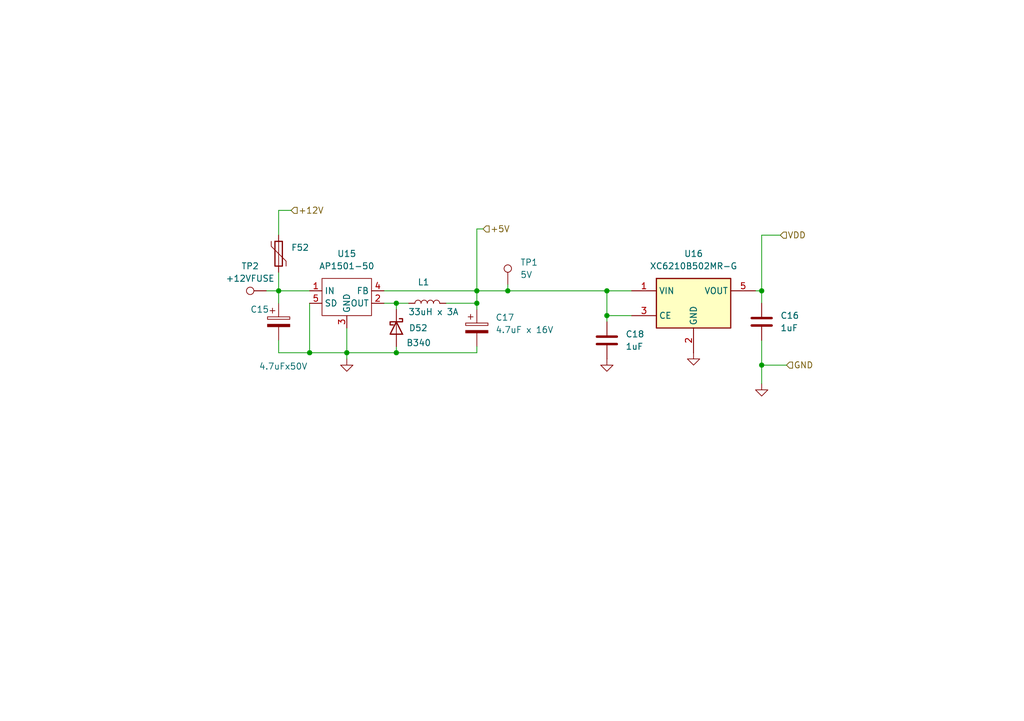
<source format=kicad_sch>
(kicad_sch (version 20250114) (generator "eeschema") (generator_version "9.0")
  (paper "A5")
  (lib_symbols
    (symbol "Connector:TestPoint" (pin_numbers (hide yes)) (pin_names (offset 0.762) (hide yes))
      (property "Reference" "TP" (at 0 6.858 0))
      (property "Value" "TestPoint" (at 0 5.08 0))
      (symbol "TestPoint_0_1"
        (circle (center 0 3.302) (radius 0.762))
      )
      (symbol "TestPoint_1_1"
        (pin passive line (at 0 0 90) (length 2.54) (name "1") (number "1"))
      )
    )
    (symbol "Device:C" (pin_numbers (hide yes)) (pin_names (offset 0.254))
      (property "Reference" "C" (at 0.635 2.54 0))
      (property "Value" "C" (at 0.635 -2.54 0))
      (symbol "C_0_1"
        (polyline (pts (xy -2.032 0.762) (xy 2.032 0.762)) (stroke (width 0.508)))
        (polyline (pts (xy -2.032 -0.762) (xy 2.032 -0.762)) (stroke (width 0.508)))
      )
      (symbol "C_1_1"
        (pin passive line (at 0 3.81 270) (length 2.794) (name "~") (number "1"))
        (pin passive line (at 0 -3.81 90) (length 2.794) (name "~") (number "2"))
      )
    )
    (symbol "Device:C_Polarized" (pin_numbers (hide yes)) (pin_names (offset 0.254))
      (property "Reference" "C" (at 0.635 2.54 0))
      (property "Value" "C_Polarized" (at 0.635 -2.54 0))
      (symbol "C_Polarized_0_1"
        (rectangle (start -2.286 0.508) (end 2.286 1.016))
        (polyline (pts (xy -1.778 2.286) (xy -0.762 2.286)))
        (polyline (pts (xy -1.27 2.794) (xy -1.27 1.778)))
        (rectangle (start 2.286 -0.508) (end -2.286 -1.016) (fill (type outline)))
      )
      (symbol "C_Polarized_1_1"
        (pin passive line (at 0 3.81 270) (length 2.794) (name "~") (number "1"))
        (pin passive line (at 0 -3.81 90) (length 2.794) (name "~") (number "2"))
      )
    )
    (symbol "Device:L" (pin_numbers (hide yes)) (pin_names (offset 1.016) (hide yes))
      (property "Reference" "L" (at -1.27 0 90))
      (property "Value" "L" (at 1.905 0 90))
      (symbol "L_0_1"
        (arc (start 0 2.54) (mid 0.6323 1.905) (end 0 1.27))
        (arc (start 0 1.27) (mid 0.6323 0.635) (end 0 0))
        (arc (start 0 0) (mid 0.6323 -0.635) (end 0 -1.27))
        (arc (start 0 -1.27) (mid 0.6323 -1.905) (end 0 -2.54))
      )
      (symbol "L_1_1"
        (pin passive line (at 0 3.81 270) (length 1.27) (name "1") (number "1"))
        (pin passive line (at 0 -3.81 90) (length 1.27) (name "2") (number "2"))
      )
    )
    (symbol "Device:Polyfuse" (pin_numbers (hide yes)) (pin_names (offset 0))
      (property "Reference" "F" (at -2.54 0 90))
      (property "Value" "Polyfuse" (at 2.54 0 90))
      (symbol "Polyfuse_0_1"
        (polyline (pts (xy -1.524 2.54) (xy -1.524 1.524) (xy 1.524 -1.524) (xy 1.524 -2.54)))
        (rectangle (start -0.762 2.54) (end 0.762 -2.54) (stroke (width 0.254)))
        (polyline (pts (xy 0 2.54) (xy 0 -2.54)))
      )
      (symbol "Polyfuse_1_1"
        (pin passive line (at 0 3.81 270) (length 1.27) (name "~") (number "1"))
        (pin passive line (at 0 -3.81 90) (length 1.27) (name "~") (number "2"))
      )
    )
    (symbol "Diode:B340" (pin_numbers (hide yes)) (pin_names (offset 1.016) (hide yes))
      (property "Reference" "D" (at 0 2.54 0))
      (property "Value" "B340" (at 0 -2.54 0))
      (symbol "B340_0_1"
        (polyline (pts (xy -1.905 0.635) (xy -1.905 1.27) (xy -1.27 1.27) (xy -1.27 -1.27) (xy -0.635 -1.27) (xy -0.635 -0.635)) (stroke (width 0.254)))
        (polyline (pts (xy 1.27 1.27) (xy 1.27 -1.27) (xy -1.27 0) (xy 1.27 1.27)) (stroke (width 0.254)))
        (polyline (pts (xy 1.27 0) (xy -1.27 0)))
      )
      (symbol "B340_1_1"
        (pin passive line (at -3.81 0 0) (length 2.54) (name "K") (number "1"))
        (pin passive line (at 3.81 0 180) (length 2.54) (name "A") (number "2"))
      )
    )
    (symbol "Regulator_Linear:XC6210B332MR"
      (property "Reference" "U" (at 0 8.89 0))
      (property "Value" "XC6210B332MR" (at 0 6.35 0))
      (symbol "XC6210B332MR_0_1"
        (rectangle (start -7.62 5.08) (end 7.62 -5.08) (stroke (width 0.254)) (fill (type background)))
      )
      (symbol "XC6210B332MR_1_1"
        (pin power_in line (at -12.7 2.54 0) (length 5.08) (name "VIN") (number "1"))
        (pin input line (at -12.7 -2.54 0) (length 5.08) (name "CE") (number "3"))
        (pin power_in line (at 0 -10.16 90) (length 5.08) (name "GND") (number "2"))
        (pin no_connect line (at 7.62 -2.54 180) (length 5.08) (hide yes) (name "NC") (number "4"))
        (pin power_out line (at 12.7 2.54 180) (length 5.08) (name "VOUT") (number "5"))
      )
    )
    (symbol "boat:AP1501"
      (property "Reference" "U" (at -4.064 3.81 0))
      (symbol "AP1501_0_1"
        (rectangle (start -5.08 2.54) (end 5.08 -5.08))
      )
      (symbol "AP1501_1_1"
        (pin input line (at -7.62 0 0) (length 2.54) (name "IN") (number "1"))
        (pin input line (at -7.62 -2.54 0) (length 2.54) (name "SD") (number "5"))
        (pin input line (at 0 -7.62 90) (length 2.54) (name "GND") (number "3"))
        (pin input line (at 7.62 0 180) (length 2.54) (name "FB") (number "4"))
        (pin output line (at 7.62 -2.54 180) (length 2.54) (name "OUT") (number "2"))
      )
    )
    (symbol "power:GND" (power) (pin_numbers (hide yes)) (pin_names (offset 0) (hide yes))
      (property "Value" "GND" (at 0 -3.81 0))
      (symbol "GND_0_1"
        (polyline (pts (xy 0 0) (xy 0 -1.27) (xy 1.27 -1.27) (xy 0 -2.54) (xy -1.27 -1.27) (xy 0 -1.27)))
      )
      (symbol "GND_1_1"
        (pin power_in line (at 0 0 270) (length 0) (name "~") (number "1"))
      )
    )
  )
  (junction (at 156.21 74.93))
  (junction (at 156.21 59.69))
  (junction (at 81.28 72.39))
  (junction (at 81.28 62.23))
  (junction (at 104.14 59.69))
  (junction (at 124.46 64.77))
  (junction (at 97.79 62.23))
  (junction (at 97.79 59.69))
  (junction (at 124.46 59.69))
  (junction (at 71.12 72.39))
  (junction (at 57.15 59.69))
  (junction (at 63.5 72.39))
  (wire (pts (xy 124.46 59.69) (xy 129.54 59.69)))
  (wire (pts (xy 97.79 62.23) (xy 97.79 63.5)))
  (wire (pts (xy 78.74 62.23) (xy 81.28 62.23)))
  (wire (pts (xy 57.15 59.69) (xy 63.5 59.69)))
  (wire (pts (xy 91.44 62.23) (xy 97.79 62.23)))
  (wire (pts (xy 54.61 59.69) (xy 57.15 59.69)))
  (wire (pts (xy 57.15 55.88) (xy 57.15 59.69)))
  (wire (pts (xy 156.21 78.74) (xy 156.21 74.93)))
  (wire (pts (xy 63.5 72.39) (xy 71.12 72.39)))
  (wire (pts (xy 156.21 48.26) (xy 156.21 59.69)))
  (wire (pts (xy 129.54 64.77) (xy 124.46 64.77)))
  (wire (pts (xy 97.79 46.99) (xy 97.79 59.69)))
  (wire (pts (xy 156.21 59.69) (xy 156.21 62.23)))
  (wire (pts (xy 57.15 59.69) (xy 57.15 62.23)))
  (wire (pts (xy 156.21 48.26) (xy 160.02 48.26)))
  (wire (pts (xy 156.21 59.69) (xy 154.94 59.69)))
  (wire (pts (xy 71.12 72.39) (xy 71.12 67.31)))
  (wire (pts (xy 57.15 72.39) (xy 63.5 72.39)))
  (wire (pts (xy 156.21 74.93) (xy 161.29 74.93)))
  (wire (pts (xy 156.21 74.93) (xy 156.21 69.85)))
  (wire (pts (xy 81.28 62.23) (xy 81.28 63.5)))
  (wire (pts (xy 97.79 71.12) (xy 97.79 72.39)))
  (wire (pts (xy 97.79 59.69) (xy 104.14 59.69)))
  (wire (pts (xy 124.46 64.77) (xy 124.46 66.04)))
  (wire (pts (xy 97.79 59.69) (xy 97.79 62.23)))
  (wire (pts (xy 57.15 43.18) (xy 59.69 43.18)))
  (wire (pts (xy 57.15 69.85) (xy 57.15 72.39)))
  (wire (pts (xy 57.15 43.18) (xy 57.15 48.26)))
  (wire (pts (xy 97.79 46.99) (xy 99.06 46.99)))
  (wire (pts (xy 81.28 62.23) (xy 83.82 62.23)))
  (wire (pts (xy 97.79 72.39) (xy 81.28 72.39)))
  (wire (pts (xy 71.12 72.39) (xy 71.12 73.66)))
  (wire (pts (xy 71.12 72.39) (xy 81.28 72.39)))
  (wire (pts (xy 81.28 71.12) (xy 81.28 72.39)))
  (wire (pts (xy 104.14 59.69) (xy 104.14 58.42)))
  (wire (pts (xy 78.74 59.69) (xy 97.79 59.69)))
  (wire (pts (xy 63.5 62.23) (xy 63.5 72.39)))
  (wire (pts (xy 124.46 59.69) (xy 104.14 59.69)))
  (wire (pts (xy 124.46 59.69) (xy 124.46 64.77)))
  (hierarchical_label "VDD" (shape input) (at 160.02 48.26 0))
  (hierarchical_label "+12V" (shape input) (at 59.69 43.18 0))
  (hierarchical_label "GND" (shape input) (at 161.29 74.93 0))
  (hierarchical_label "+5V" (shape input) (at 99.06 46.99 0))
  (symbol (lib_id "Device:C") (at 124.46 69.85 0) (unit 1)
    (property "Reference" "C18" (at 128.27 68.5799 0) (effects (justify left)))
    (property "Value" "1uF" (at 128.27 71.1199 0) (effects (justify left)))
    (property "Description" "Unpolarized capacitor" (effects (hide yes)))
  )
  (symbol (lib_id "Device:Polyfuse") (at 57.15 52.07 0) (unit 1)
    (property "Reference" "F52" (at 59.69 50.7999 0) (effects (justify left)))
    (property "Value" "Polyfuse" (effects (hide yes)))
    (property "Footprint" "Boat:F_Yageo_SMDL1812B260TF" (effects (hide yes)))
    (property "Description" "Resettable fuse, polymeric positive temperature coefficient" (effects (hide yes)))
  )
  (symbol (lib_id "Device:L") (at 87.63 62.23 90) (unit 1)
    (property "Reference" "L1" (at 86.868 57.912 90))
    (property "Value" "33uH x 3A" (at 88.9 64.008 90))
    (property "Footprint" "Boat:L_Abracon_AMDLA1004S-330MT" (effects (hide yes)))
    (property "Description" "Inductor" (effects (hide yes)))
  )
  (symbol (lib_id "Device:C") (at 156.21 66.04 0) (unit 1)
    (property "Reference" "C16" (at 160.02 64.7699 0) (effects (justify left)))
    (property "Value" "1uF" (at 160.02 67.3099 0) (effects (justify left)))
    (property "Description" "Unpolarized capacitor" (effects (hide yes)))
  )
  (symbol (lib_id "Connector:TestPoint") (at 54.61 59.69 90) (unit 1)
    (property "Reference" "TP2" (at 51.308 54.61 90))
    (property "Value" "+12VFUSE" (at 51.308 57.15 90))
    (property "Footprint" "TestPoint:TestPoint_Pad_D2.0mm" (effects (hide yes)))
    (property "Description" "test point" (effects (hide yes)))
  )
  (symbol (lib_id "power:GND") (at 124.46 73.66 0) (unit 1)
    (property "Reference" "#PWR0180" (effects (hide yes)))
    (property "Value" "GND" (effects (hide yes)))
    (property "Description" "Power symbol creates a global label with name \"GND\" , ground" (effects (hide yes)))
  )
  (symbol (lib_id "Connector:TestPoint") (at 104.14 58.42 0) (unit 1)
    (property "Reference" "TP1" (at 106.68 53.8479 0) (effects (justify left)))
    (property "Value" "5V" (at 106.68 56.3879 0) (effects (justify left)))
    (property "Footprint" "TestPoint:TestPoint_Pad_D2.0mm" (effects (hide yes)))
    (property "Description" "test point" (effects (hide yes)))
  )
  (symbol (lib_id "Device:C_Polarized") (at 57.15 66.04 0) (unit 1)
    (property "Reference" "C15" (at 51.308 63.5 0) (effects (justify left)))
    (property "Value" "4.7uFx50V" (at 53.086 75.184 0) (effects (justify left)))
    (property "Footprint" "Capacitor_SMD:C_Elec_5x5.4" (effects (hide yes)))
    (property "Description" "Polarized capacitor" (effects (hide yes)))
  )
  (symbol (lib_id "power:GND") (at 156.21 78.74 0) (unit 1)
    (property "Reference" "#PWR0183" (effects (hide yes)))
    (property "Value" "GND" (effects (hide yes)))
    (property "Description" "Power symbol creates a global label with name \"GND\" , ground" (effects (hide yes)))
  )
  (symbol (lib_id "Device:C_Polarized") (at 97.79 67.31 0) (unit 1)
    (property "Reference" "C17" (at 101.6 65.1509 0) (effects (justify left)))
    (property "Value" "4.7uF x 16V" (at 101.6 67.6909 0) (effects (justify left)))
    (property "Footprint" "Capacitor_SMD:C_Elec_5x5.4" (effects (hide yes)))
    (property "Description" "Polarized capacitor" (effects (hide yes)))
  )
  (symbol (lib_id "Regulator_Linear:XC6210B332MR") (at 142.24 62.23 0) (unit 1)
    (property "Reference" "U16" (at 142.24 52.07 0))
    (property "Value" "XC6210B502MR-G" (at 142.24 54.61 0))
    (property "Footprint" "Package_TO_SOT_SMD:SOT-23-5" (effects (hide yes)))
    (property "Datasheet" "https://www.torexsemi.com/file/xc6210/XC6210.pdf" (effects (hide yes)))
    (property "Description" "700mA, Low Drop-out Voltage Regulator, Fixed Output 3.3V, SOT-23-5" (effects (hide yes)))
  )
  (symbol (lib_id "power:GND") (at 142.24 72.39 0) (unit 1)
    (property "Reference" "#PWR0181" (effects (hide yes)))
    (property "Value" "GND" (effects (hide yes)))
    (property "Description" "Power symbol creates a global label with name \"GND\" , ground" (effects (hide yes)))
  )
  (symbol (lib_id "Diode:B340") (at 81.28 67.31 270) (unit 1)
    (property "Reference" "D52" (at 83.82 67.31 90) (effects (justify left)))
    (property "Value" "B340" (at 83.312 70.358 90) (effects (justify left)))
    (property "Footprint" "Diode_SMD:D_SMC" (effects (hide yes)))
    (property "Datasheet" "http://www.jameco.com/Jameco/Products/ProdDS/1538777.pdf" (effects (hide yes)))
    (property "Description" "40V 3A Schottky Barrier Rectifier Diode, SMC" (effects (hide yes)))
  )
  (symbol (lib_id "power:GND") (at 71.12 73.66 0) (unit 1)
    (property "Reference" "#PWR0178" (effects (hide yes)))
    (property "Value" "GND" (effects (hide yes)))
    (property "Description" "Power symbol creates a global label with name \"GND\" , ground" (effects (hide yes)))
  )
  (symbol (lib_id "boat:AP1501") (at 71.12 59.69 0) (unit 1)
    (property "Reference" "U15" (at 71.12 52.07 0))
    (property "Value" "AP1501-50" (at 71.12 54.61 0))
    (property "Footprint" "Package_TO_SOT_SMD:TO-263-5_TabPin3" (effects (hide yes)))
  )
)
</source>
